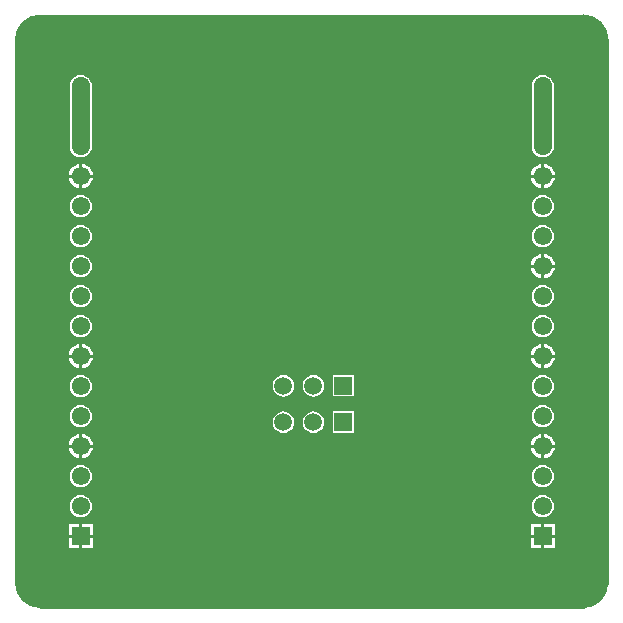
<source format=gbl>
G04 Layer_Physical_Order=2*
G04 Layer_Color=11436288*
%FSLAX23Y23*%
%MOIN*%
G70*
G01*
G75*
%ADD18C,0.060*%
%ADD23C,0.010*%
%ADD24C,0.061*%
%ADD25C,0.059*%
%ADD26R,0.059X0.059*%
%ADD27R,0.061X0.061*%
%ADD28C,0.026*%
%ADD29C,0.024*%
%ADD30C,0.158*%
%ADD31C,0.050*%
G36*
X1905Y1967D02*
X1920Y1963D01*
X1934Y1956D01*
X1946Y1946D01*
X1956Y1934D01*
X1963Y1920D01*
X1967Y1905D01*
X1969Y1890D01*
X1969Y1890D01*
X1969Y1890D01*
Y1884D01*
X1969Y79D01*
X1967Y63D01*
X1963Y48D01*
X1956Y35D01*
X1946Y23D01*
X1934Y13D01*
X1920Y6D01*
X1905Y1D01*
X1890Y-0D01*
X1890Y-0D01*
Y-0D01*
X79D01*
X79Y-0D01*
Y-0D01*
X78Y-0D01*
X63Y1D01*
X48Y6D01*
X35Y13D01*
X23Y23D01*
X13Y35D01*
X6Y48D01*
X1Y63D01*
X-0Y78D01*
X-0Y79D01*
X-0D01*
X-0Y1890D01*
X1Y1905D01*
X6Y1920D01*
X13Y1934D01*
X23Y1946D01*
X35Y1956D01*
X48Y1963D01*
X63Y1967D01*
X74Y1968D01*
X79Y1969D01*
X79Y1969D01*
X84D01*
X89Y1969D01*
X1890Y1969D01*
X1905Y1967D01*
D02*
G37*
%LPC*%
G36*
X1760Y575D02*
Y540D01*
X1795D01*
X1794Y546D01*
X1790Y555D01*
X1784Y564D01*
X1775Y570D01*
X1766Y574D01*
X1760Y575D01*
D02*
G37*
G36*
X890Y651D02*
X881Y650D01*
X872Y646D01*
X865Y640D01*
X859Y633D01*
X855Y624D01*
X854Y615D01*
X855Y606D01*
X859Y597D01*
X865Y590D01*
X872Y584D01*
X881Y580D01*
X890Y579D01*
X899Y580D01*
X908Y584D01*
X915Y590D01*
X921Y597D01*
X925Y606D01*
X926Y615D01*
X925Y624D01*
X921Y633D01*
X915Y640D01*
X908Y646D01*
X899Y650D01*
X890Y651D01*
D02*
G37*
G36*
X990D02*
X981Y650D01*
X972Y646D01*
X965Y640D01*
X959Y633D01*
X955Y624D01*
X954Y615D01*
X955Y606D01*
X959Y597D01*
X965Y590D01*
X972Y584D01*
X981Y580D01*
X990Y579D01*
X999Y580D01*
X1008Y584D01*
X1015Y590D01*
X1021Y597D01*
X1025Y606D01*
X1026Y615D01*
X1025Y624D01*
X1021Y633D01*
X1015Y640D01*
X1008Y646D01*
X999Y650D01*
X990Y651D01*
D02*
G37*
G36*
X1750Y575D02*
X1744Y574D01*
X1735Y570D01*
X1726Y564D01*
X1720Y555D01*
X1716Y546D01*
X1715Y540D01*
X1750D01*
Y575D01*
D02*
G37*
G36*
X1795Y530D02*
X1760D01*
Y495D01*
X1766Y496D01*
X1775Y500D01*
X1784Y506D01*
X1790Y515D01*
X1794Y524D01*
X1795Y530D01*
D02*
G37*
G36*
X210Y575D02*
X204Y574D01*
X195Y570D01*
X186Y564D01*
X180Y555D01*
X176Y546D01*
X175Y540D01*
X210D01*
Y575D01*
D02*
G37*
G36*
X220D02*
Y540D01*
X255D01*
X254Y546D01*
X250Y555D01*
X244Y564D01*
X235Y570D01*
X226Y574D01*
X220Y575D01*
D02*
G37*
G36*
X1126Y651D02*
X1054D01*
Y579D01*
X1126D01*
Y651D01*
D02*
G37*
G36*
X890Y772D02*
X881Y771D01*
X872Y767D01*
X865Y761D01*
X859Y754D01*
X855Y745D01*
X854Y736D01*
X855Y727D01*
X859Y718D01*
X865Y711D01*
X872Y705D01*
X881Y701D01*
X890Y700D01*
X899Y701D01*
X908Y705D01*
X915Y711D01*
X921Y718D01*
X925Y727D01*
X926Y736D01*
X925Y745D01*
X921Y754D01*
X915Y761D01*
X908Y767D01*
X899Y771D01*
X890Y772D01*
D02*
G37*
G36*
X990D02*
X981Y771D01*
X972Y767D01*
X965Y761D01*
X959Y754D01*
X955Y745D01*
X954Y736D01*
X955Y727D01*
X959Y718D01*
X965Y711D01*
X972Y705D01*
X981Y701D01*
X990Y700D01*
X999Y701D01*
X1008Y705D01*
X1015Y711D01*
X1021Y718D01*
X1025Y727D01*
X1026Y736D01*
X1025Y745D01*
X1021Y754D01*
X1015Y761D01*
X1008Y767D01*
X999Y771D01*
X990Y772D01*
D02*
G37*
G36*
X1126Y772D02*
X1055D01*
Y701D01*
X1126D01*
Y772D01*
D02*
G37*
G36*
X1755Y772D02*
X1745Y771D01*
X1737Y767D01*
X1729Y761D01*
X1723Y753D01*
X1719Y745D01*
X1718Y735D01*
X1719Y725D01*
X1723Y717D01*
X1729Y709D01*
X1737Y703D01*
X1745Y699D01*
X1755Y698D01*
X1765Y699D01*
X1773Y703D01*
X1781Y709D01*
X1787Y717D01*
X1791Y725D01*
X1792Y735D01*
X1791Y745D01*
X1787Y753D01*
X1781Y761D01*
X1773Y767D01*
X1765Y771D01*
X1755Y772D01*
D02*
G37*
G36*
X215Y672D02*
X205Y671D01*
X197Y667D01*
X189Y661D01*
X183Y653D01*
X179Y645D01*
X178Y635D01*
X179Y625D01*
X183Y617D01*
X189Y609D01*
X197Y603D01*
X205Y599D01*
X215Y598D01*
X225Y599D01*
X233Y603D01*
X241Y609D01*
X247Y617D01*
X251Y625D01*
X252Y635D01*
X251Y645D01*
X247Y653D01*
X241Y661D01*
X233Y667D01*
X225Y671D01*
X215Y672D01*
D02*
G37*
G36*
X1755D02*
X1745Y671D01*
X1737Y667D01*
X1729Y661D01*
X1723Y653D01*
X1719Y645D01*
X1718Y635D01*
X1719Y625D01*
X1723Y617D01*
X1729Y609D01*
X1737Y603D01*
X1745Y599D01*
X1755Y598D01*
X1765Y599D01*
X1773Y603D01*
X1781Y609D01*
X1787Y617D01*
X1791Y625D01*
X1792Y635D01*
X1791Y645D01*
X1787Y653D01*
X1781Y661D01*
X1773Y667D01*
X1765Y671D01*
X1755Y672D01*
D02*
G37*
G36*
X215Y772D02*
X205Y771D01*
X197Y767D01*
X189Y761D01*
X183Y753D01*
X179Y745D01*
X178Y735D01*
X179Y725D01*
X183Y717D01*
X189Y709D01*
X197Y703D01*
X205Y699D01*
X215Y698D01*
X225Y699D01*
X233Y703D01*
X241Y709D01*
X247Y717D01*
X251Y725D01*
X252Y735D01*
X251Y745D01*
X247Y753D01*
X241Y761D01*
X233Y767D01*
X225Y771D01*
X215Y772D01*
D02*
G37*
G36*
X210Y276D02*
X174D01*
Y240D01*
X210D01*
Y276D01*
D02*
G37*
G36*
X256D02*
X220D01*
Y240D01*
X256D01*
Y276D01*
D02*
G37*
G36*
X1750D02*
X1714D01*
Y240D01*
X1750D01*
Y276D01*
D02*
G37*
G36*
X1796Y230D02*
X1760D01*
Y194D01*
X1796D01*
Y230D01*
D02*
G37*
G36*
X210D02*
X174D01*
Y194D01*
X210D01*
Y230D01*
D02*
G37*
G36*
X256D02*
X220D01*
Y194D01*
X256D01*
Y230D01*
D02*
G37*
G36*
X1750D02*
X1714D01*
Y194D01*
X1750D01*
Y230D01*
D02*
G37*
G36*
X1796Y276D02*
X1760D01*
Y240D01*
X1796D01*
Y276D01*
D02*
G37*
G36*
X210Y530D02*
X175D01*
X176Y524D01*
X180Y515D01*
X186Y506D01*
X195Y500D01*
X204Y496D01*
X210Y495D01*
Y530D01*
D02*
G37*
G36*
X255D02*
X220D01*
Y495D01*
X226Y496D01*
X235Y500D01*
X244Y506D01*
X250Y515D01*
X254Y524D01*
X255Y530D01*
D02*
G37*
G36*
X1750D02*
X1715D01*
X1716Y524D01*
X1720Y515D01*
X1726Y506D01*
X1735Y500D01*
X1744Y496D01*
X1750Y495D01*
Y530D01*
D02*
G37*
G36*
X1755Y472D02*
X1745Y471D01*
X1737Y467D01*
X1729Y461D01*
X1723Y453D01*
X1719Y445D01*
X1718Y435D01*
X1719Y425D01*
X1723Y417D01*
X1729Y409D01*
X1737Y403D01*
X1745Y399D01*
X1755Y398D01*
X1765Y399D01*
X1773Y403D01*
X1781Y409D01*
X1787Y417D01*
X1791Y425D01*
X1792Y435D01*
X1791Y445D01*
X1787Y453D01*
X1781Y461D01*
X1773Y467D01*
X1765Y471D01*
X1755Y472D01*
D02*
G37*
G36*
X215Y372D02*
X205Y371D01*
X197Y367D01*
X189Y361D01*
X183Y353D01*
X179Y345D01*
X178Y335D01*
X179Y325D01*
X183Y317D01*
X189Y309D01*
X197Y303D01*
X205Y299D01*
X215Y298D01*
X225Y299D01*
X233Y303D01*
X241Y309D01*
X247Y317D01*
X251Y325D01*
X252Y335D01*
X251Y345D01*
X247Y353D01*
X241Y361D01*
X233Y367D01*
X225Y371D01*
X215Y372D01*
D02*
G37*
G36*
X1755D02*
X1745Y371D01*
X1737Y367D01*
X1729Y361D01*
X1723Y353D01*
X1719Y345D01*
X1718Y335D01*
X1719Y325D01*
X1723Y317D01*
X1729Y309D01*
X1737Y303D01*
X1745Y299D01*
X1755Y298D01*
X1765Y299D01*
X1773Y303D01*
X1781Y309D01*
X1787Y317D01*
X1791Y325D01*
X1792Y335D01*
X1791Y345D01*
X1787Y353D01*
X1781Y361D01*
X1773Y367D01*
X1765Y371D01*
X1755Y372D01*
D02*
G37*
G36*
X215Y472D02*
X205Y471D01*
X197Y467D01*
X189Y461D01*
X183Y453D01*
X179Y445D01*
X178Y435D01*
X179Y425D01*
X183Y417D01*
X189Y409D01*
X197Y403D01*
X205Y399D01*
X215Y398D01*
X225Y399D01*
X233Y403D01*
X241Y409D01*
X247Y417D01*
X251Y425D01*
X252Y435D01*
X251Y445D01*
X247Y453D01*
X241Y461D01*
X233Y467D01*
X225Y471D01*
X215Y472D01*
D02*
G37*
G36*
X210Y830D02*
X175D01*
X176Y824D01*
X180Y815D01*
X186Y806D01*
X195Y800D01*
X204Y796D01*
X210Y795D01*
Y830D01*
D02*
G37*
G36*
X1755Y1372D02*
X1745Y1371D01*
X1737Y1367D01*
X1729Y1361D01*
X1723Y1353D01*
X1719Y1345D01*
X1718Y1335D01*
X1719Y1325D01*
X1723Y1317D01*
X1729Y1309D01*
X1737Y1303D01*
X1745Y1299D01*
X1755Y1298D01*
X1765Y1299D01*
X1773Y1303D01*
X1781Y1309D01*
X1787Y1317D01*
X1791Y1325D01*
X1792Y1335D01*
X1791Y1345D01*
X1787Y1353D01*
X1781Y1361D01*
X1773Y1367D01*
X1765Y1371D01*
X1755Y1372D01*
D02*
G37*
G36*
X210Y1430D02*
X175D01*
X176Y1424D01*
X180Y1415D01*
X186Y1406D01*
X195Y1400D01*
X204Y1396D01*
X210Y1395D01*
Y1430D01*
D02*
G37*
G36*
X255D02*
X220D01*
Y1395D01*
X226Y1396D01*
X235Y1400D01*
X244Y1406D01*
X250Y1415D01*
X254Y1424D01*
X255Y1430D01*
D02*
G37*
G36*
X215Y1372D02*
X205Y1371D01*
X197Y1367D01*
X189Y1361D01*
X183Y1353D01*
X179Y1345D01*
X178Y1335D01*
X179Y1325D01*
X183Y1317D01*
X189Y1309D01*
X197Y1303D01*
X205Y1299D01*
X215Y1298D01*
X225Y1299D01*
X233Y1303D01*
X241Y1309D01*
X247Y1317D01*
X251Y1325D01*
X252Y1335D01*
X251Y1345D01*
X247Y1353D01*
X241Y1361D01*
X233Y1367D01*
X225Y1371D01*
X215Y1372D01*
D02*
G37*
G36*
X1760Y1175D02*
Y1140D01*
X1795D01*
X1794Y1146D01*
X1790Y1155D01*
X1784Y1164D01*
X1775Y1170D01*
X1766Y1174D01*
X1760Y1175D01*
D02*
G37*
G36*
X215Y1272D02*
X205Y1271D01*
X197Y1267D01*
X189Y1261D01*
X183Y1253D01*
X179Y1245D01*
X178Y1235D01*
X179Y1225D01*
X183Y1217D01*
X189Y1209D01*
X197Y1203D01*
X205Y1199D01*
X215Y1198D01*
X225Y1199D01*
X233Y1203D01*
X241Y1209D01*
X247Y1217D01*
X251Y1225D01*
X252Y1235D01*
X251Y1245D01*
X247Y1253D01*
X241Y1261D01*
X233Y1267D01*
X225Y1271D01*
X215Y1272D01*
D02*
G37*
G36*
X1755D02*
X1745Y1271D01*
X1737Y1267D01*
X1729Y1261D01*
X1723Y1253D01*
X1719Y1245D01*
X1718Y1235D01*
X1719Y1225D01*
X1723Y1217D01*
X1729Y1209D01*
X1737Y1203D01*
X1745Y1199D01*
X1755Y1198D01*
X1765Y1199D01*
X1773Y1203D01*
X1781Y1209D01*
X1787Y1217D01*
X1791Y1225D01*
X1792Y1235D01*
X1791Y1245D01*
X1787Y1253D01*
X1781Y1261D01*
X1773Y1267D01*
X1765Y1271D01*
X1755Y1272D01*
D02*
G37*
G36*
X1750Y1430D02*
X1715D01*
X1716Y1424D01*
X1720Y1415D01*
X1726Y1406D01*
X1735Y1400D01*
X1744Y1396D01*
X1750Y1395D01*
Y1430D01*
D02*
G37*
G36*
X1760Y1475D02*
Y1440D01*
X1795D01*
X1794Y1446D01*
X1790Y1455D01*
X1784Y1464D01*
X1775Y1470D01*
X1766Y1474D01*
X1760Y1475D01*
D02*
G37*
G36*
X215Y1772D02*
X205Y1771D01*
X197Y1767D01*
X189Y1761D01*
X183Y1753D01*
X179Y1745D01*
X178Y1735D01*
X179Y1731D01*
Y1639D01*
X178Y1635D01*
X179Y1631D01*
Y1539D01*
X178Y1535D01*
X179Y1525D01*
X183Y1517D01*
X189Y1509D01*
X197Y1503D01*
X205Y1499D01*
X215Y1498D01*
X225Y1499D01*
X233Y1503D01*
X241Y1509D01*
X247Y1517D01*
X251Y1525D01*
X252Y1535D01*
X251Y1539D01*
Y1631D01*
X252Y1635D01*
X251Y1639D01*
Y1731D01*
X252Y1735D01*
X251Y1745D01*
X247Y1753D01*
X241Y1761D01*
X233Y1767D01*
X225Y1771D01*
X215Y1772D01*
D02*
G37*
G36*
X1755D02*
X1745Y1771D01*
X1737Y1767D01*
X1729Y1761D01*
X1723Y1753D01*
X1719Y1745D01*
X1718Y1735D01*
X1719Y1731D01*
Y1639D01*
X1718Y1635D01*
X1719Y1631D01*
Y1539D01*
X1718Y1535D01*
X1719Y1525D01*
X1723Y1517D01*
X1729Y1509D01*
X1737Y1503D01*
X1745Y1499D01*
X1755Y1498D01*
X1765Y1499D01*
X1773Y1503D01*
X1781Y1509D01*
X1787Y1517D01*
X1791Y1525D01*
X1792Y1535D01*
X1791Y1539D01*
Y1631D01*
X1792Y1635D01*
X1791Y1639D01*
Y1731D01*
X1792Y1735D01*
X1791Y1745D01*
X1787Y1753D01*
X1781Y1761D01*
X1773Y1767D01*
X1765Y1771D01*
X1755Y1772D01*
D02*
G37*
G36*
X1750Y1475D02*
X1744Y1474D01*
X1735Y1470D01*
X1726Y1464D01*
X1720Y1455D01*
X1716Y1446D01*
X1715Y1440D01*
X1750D01*
Y1475D01*
D02*
G37*
G36*
X1795Y1430D02*
X1760D01*
Y1395D01*
X1766Y1396D01*
X1775Y1400D01*
X1784Y1406D01*
X1790Y1415D01*
X1794Y1424D01*
X1795Y1430D01*
D02*
G37*
G36*
X210Y1475D02*
X204Y1474D01*
X195Y1470D01*
X186Y1464D01*
X180Y1455D01*
X176Y1446D01*
X175Y1440D01*
X210D01*
Y1475D01*
D02*
G37*
G36*
X220D02*
Y1440D01*
X255D01*
X254Y1446D01*
X250Y1455D01*
X244Y1464D01*
X235Y1470D01*
X226Y1474D01*
X220Y1475D01*
D02*
G37*
G36*
Y875D02*
Y840D01*
X255D01*
X254Y846D01*
X250Y855D01*
X244Y864D01*
X235Y870D01*
X226Y874D01*
X220Y875D01*
D02*
G37*
G36*
X1750D02*
X1744Y874D01*
X1735Y870D01*
X1726Y864D01*
X1720Y855D01*
X1716Y846D01*
X1715Y840D01*
X1750D01*
Y875D01*
D02*
G37*
G36*
X1760D02*
Y840D01*
X1795D01*
X1794Y846D01*
X1790Y855D01*
X1784Y864D01*
X1775Y870D01*
X1766Y874D01*
X1760Y875D01*
D02*
G37*
G36*
X210D02*
X204Y874D01*
X195Y870D01*
X186Y864D01*
X180Y855D01*
X176Y846D01*
X175Y840D01*
X210D01*
Y875D01*
D02*
G37*
G36*
X255Y830D02*
X220D01*
Y795D01*
X226Y796D01*
X235Y800D01*
X244Y806D01*
X250Y815D01*
X254Y824D01*
X255Y830D01*
D02*
G37*
G36*
X1750D02*
X1715D01*
X1716Y824D01*
X1720Y815D01*
X1726Y806D01*
X1735Y800D01*
X1744Y796D01*
X1750Y795D01*
Y830D01*
D02*
G37*
G36*
X1795D02*
X1760D01*
Y795D01*
X1766Y796D01*
X1775Y800D01*
X1784Y806D01*
X1790Y815D01*
X1794Y824D01*
X1795Y830D01*
D02*
G37*
G36*
X215Y972D02*
X205Y971D01*
X197Y967D01*
X189Y961D01*
X183Y953D01*
X179Y945D01*
X178Y935D01*
X179Y925D01*
X183Y917D01*
X189Y909D01*
X197Y903D01*
X205Y899D01*
X215Y898D01*
X225Y899D01*
X233Y903D01*
X241Y909D01*
X247Y917D01*
X251Y925D01*
X252Y935D01*
X251Y945D01*
X247Y953D01*
X241Y961D01*
X233Y967D01*
X225Y971D01*
X215Y972D01*
D02*
G37*
G36*
X1795Y1130D02*
X1760D01*
Y1095D01*
X1766Y1096D01*
X1775Y1100D01*
X1784Y1106D01*
X1790Y1115D01*
X1794Y1124D01*
X1795Y1130D01*
D02*
G37*
G36*
X215Y1172D02*
X205Y1171D01*
X197Y1167D01*
X189Y1161D01*
X183Y1153D01*
X179Y1145D01*
X178Y1135D01*
X179Y1125D01*
X183Y1117D01*
X189Y1109D01*
X197Y1103D01*
X205Y1099D01*
X215Y1098D01*
X225Y1099D01*
X233Y1103D01*
X241Y1109D01*
X247Y1117D01*
X251Y1125D01*
X252Y1135D01*
X251Y1145D01*
X247Y1153D01*
X241Y1161D01*
X233Y1167D01*
X225Y1171D01*
X215Y1172D01*
D02*
G37*
G36*
X1750Y1175D02*
X1744Y1174D01*
X1735Y1170D01*
X1726Y1164D01*
X1720Y1155D01*
X1716Y1146D01*
X1715Y1140D01*
X1750D01*
Y1175D01*
D02*
G37*
G36*
Y1130D02*
X1715D01*
X1716Y1124D01*
X1720Y1115D01*
X1726Y1106D01*
X1735Y1100D01*
X1744Y1096D01*
X1750Y1095D01*
Y1130D01*
D02*
G37*
G36*
X1755Y972D02*
X1745Y971D01*
X1737Y967D01*
X1729Y961D01*
X1723Y953D01*
X1719Y945D01*
X1718Y935D01*
X1719Y925D01*
X1723Y917D01*
X1729Y909D01*
X1737Y903D01*
X1745Y899D01*
X1755Y898D01*
X1765Y899D01*
X1773Y903D01*
X1781Y909D01*
X1787Y917D01*
X1791Y925D01*
X1792Y935D01*
X1791Y945D01*
X1787Y953D01*
X1781Y961D01*
X1773Y967D01*
X1765Y971D01*
X1755Y972D01*
D02*
G37*
G36*
X215Y1072D02*
X205Y1071D01*
X197Y1067D01*
X189Y1061D01*
X183Y1053D01*
X179Y1045D01*
X178Y1035D01*
X179Y1025D01*
X183Y1017D01*
X189Y1009D01*
X197Y1003D01*
X205Y999D01*
X215Y998D01*
X225Y999D01*
X233Y1003D01*
X241Y1009D01*
X247Y1017D01*
X251Y1025D01*
X252Y1035D01*
X251Y1045D01*
X247Y1053D01*
X241Y1061D01*
X233Y1067D01*
X225Y1071D01*
X215Y1072D01*
D02*
G37*
G36*
X1755D02*
X1745Y1071D01*
X1737Y1067D01*
X1729Y1061D01*
X1723Y1053D01*
X1719Y1045D01*
X1718Y1035D01*
X1719Y1025D01*
X1723Y1017D01*
X1729Y1009D01*
X1737Y1003D01*
X1745Y999D01*
X1755Y998D01*
X1765Y999D01*
X1773Y1003D01*
X1781Y1009D01*
X1787Y1017D01*
X1791Y1025D01*
X1792Y1035D01*
X1791Y1045D01*
X1787Y1053D01*
X1781Y1061D01*
X1773Y1067D01*
X1765Y1071D01*
X1755Y1072D01*
D02*
G37*
%LPD*%
D18*
X215Y1535D02*
Y1635D01*
Y1735D01*
X1755Y1535D02*
Y1635D01*
Y1735D01*
D23*
X79Y1969D02*
G03*
X-0Y1890I-0J-79D01*
G01*
X1969D02*
G03*
X1890Y1969I-79J0D01*
G01*
X1891Y0D02*
G03*
X1969Y77I0J77D01*
G01*
X-0Y79D02*
G03*
X79Y-0I79J-0D01*
G01*
Y1969D02*
X1890D01*
X0Y79D02*
Y1890D01*
X1969Y77D02*
Y1890D01*
X79Y0D02*
X1891D01*
D24*
X215Y635D02*
D03*
Y735D02*
D03*
X1755Y335D02*
D03*
Y435D02*
D03*
Y535D02*
D03*
Y635D02*
D03*
Y735D02*
D03*
Y835D02*
D03*
Y935D02*
D03*
Y1035D02*
D03*
Y1135D02*
D03*
Y1435D02*
D03*
Y1535D02*
D03*
Y1635D02*
D03*
Y1735D02*
D03*
Y1335D02*
D03*
Y1235D02*
D03*
X215Y335D02*
D03*
Y435D02*
D03*
Y535D02*
D03*
Y835D02*
D03*
Y935D02*
D03*
Y1035D02*
D03*
Y1135D02*
D03*
Y1235D02*
D03*
Y1335D02*
D03*
Y1435D02*
D03*
Y1535D02*
D03*
Y1635D02*
D03*
Y1735D02*
D03*
D25*
X890Y615D02*
D03*
X890Y736D02*
D03*
X990D02*
D03*
X990Y615D02*
D03*
D26*
X1090D02*
D03*
X1090Y736D02*
D03*
D27*
X1755Y235D02*
D03*
X215D02*
D03*
D28*
X1210Y630D02*
D03*
X1260D02*
D03*
X1310D02*
D03*
X1360D02*
D03*
X1410D02*
D03*
X1460D02*
D03*
X1510D02*
D03*
X1560D02*
D03*
X1610D02*
D03*
X1660D02*
D03*
X1210Y725D02*
D03*
X1260D02*
D03*
X1310D02*
D03*
X1360D02*
D03*
X1410D02*
D03*
X1460D02*
D03*
X1510D02*
D03*
X1560D02*
D03*
X1610D02*
D03*
X1660D02*
D03*
X310Y630D02*
D03*
X360D02*
D03*
X410D02*
D03*
X460D02*
D03*
X510D02*
D03*
X560D02*
D03*
X610D02*
D03*
X660D02*
D03*
X710D02*
D03*
X760D02*
D03*
Y725D02*
D03*
X710D02*
D03*
X660D02*
D03*
X610D02*
D03*
X560D02*
D03*
X510D02*
D03*
X460D02*
D03*
X410D02*
D03*
X360D02*
D03*
X310D02*
D03*
D29*
X1255Y1390D02*
D03*
Y1440D02*
D03*
Y1490D02*
D03*
Y1540D02*
D03*
Y1590D02*
D03*
X1280Y1415D02*
D03*
Y1465D02*
D03*
Y1515D02*
D03*
Y1565D02*
D03*
Y1615D02*
D03*
X1255Y1640D02*
D03*
X1230Y1615D02*
D03*
X1180D02*
D03*
X1130D02*
D03*
X1205Y1640D02*
D03*
X1080Y1615D02*
D03*
X1030D02*
D03*
X980D02*
D03*
X955Y1590D02*
D03*
Y1540D02*
D03*
Y1490D02*
D03*
Y1440D02*
D03*
Y1390D02*
D03*
X930Y1415D02*
D03*
Y1465D02*
D03*
X1055Y1640D02*
D03*
X1005D02*
D03*
X1155D02*
D03*
X1105D02*
D03*
X955D02*
D03*
X930Y1615D02*
D03*
Y1565D02*
D03*
Y1515D02*
D03*
D30*
X79Y1890D02*
D03*
X79Y79D02*
D03*
X1890D02*
D03*
X1890Y1890D02*
D03*
D31*
X244Y59D02*
D03*
X429D02*
D03*
X614D02*
D03*
X799D02*
D03*
X984D02*
D03*
X1169D02*
D03*
X1354D02*
D03*
X1539D02*
D03*
X1724D02*
D03*
X1909Y244D02*
D03*
Y429D02*
D03*
Y614D02*
D03*
Y799D02*
D03*
Y984D02*
D03*
Y1169D02*
D03*
Y1354D02*
D03*
Y1539D02*
D03*
Y1724D02*
D03*
X1724Y1909D02*
D03*
X1539D02*
D03*
X1354D02*
D03*
X1169D02*
D03*
X984D02*
D03*
X799D02*
D03*
X614D02*
D03*
X429D02*
D03*
X244D02*
D03*
X59Y1724D02*
D03*
Y1539D02*
D03*
Y1354D02*
D03*
Y1169D02*
D03*
Y984D02*
D03*
Y799D02*
D03*
Y614D02*
D03*
Y429D02*
D03*
Y244D02*
D03*
M02*

</source>
